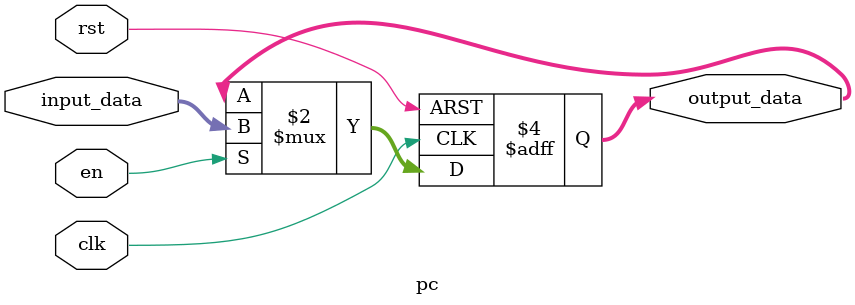
<source format=v>
`timescale 1ns / 1ps


module pc#(parameter WIDTH=32)(
    input [WIDTH-1:0]input_data,
    input en,
    input rst,
    input clk,
    output reg [WIDTH-1:0]output_data
    );
    always @(posedge clk or posedge rst) begin
        if(rst)begin
            output_data <= 32'h0x3000;
        end
        else if(en) begin
            output_data <= input_data; 
        end
            
    end
endmodule

</source>
